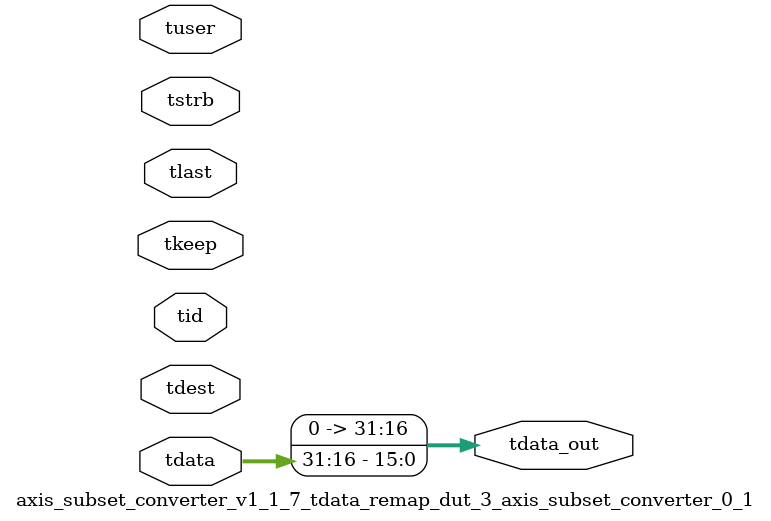
<source format=v>


`timescale 1ps/1ps

module axis_subset_converter_v1_1_7_tdata_remap_dut_3_axis_subset_converter_0_1 #
(
parameter C_S_AXIS_TDATA_WIDTH = 32,
parameter C_S_AXIS_TUSER_WIDTH = 0,
parameter C_S_AXIS_TID_WIDTH   = 0,
parameter C_S_AXIS_TDEST_WIDTH = 0,
parameter C_M_AXIS_TDATA_WIDTH = 32
)
(
input  [(C_S_AXIS_TDATA_WIDTH == 0 ? 1 : C_S_AXIS_TDATA_WIDTH)-1:0     ] tdata,
input  [(C_S_AXIS_TUSER_WIDTH == 0 ? 1 : C_S_AXIS_TUSER_WIDTH)-1:0     ] tuser,
input  [(C_S_AXIS_TID_WIDTH   == 0 ? 1 : C_S_AXIS_TID_WIDTH)-1:0       ] tid,
input  [(C_S_AXIS_TDEST_WIDTH == 0 ? 1 : C_S_AXIS_TDEST_WIDTH)-1:0     ] tdest,
input  [(C_S_AXIS_TDATA_WIDTH/8)-1:0 ] tkeep,
input  [(C_S_AXIS_TDATA_WIDTH/8)-1:0 ] tstrb,
input                                                                    tlast,
output [C_M_AXIS_TDATA_WIDTH-1:0] tdata_out
);

assign tdata_out = {tdata[31:16]};

endmodule


</source>
